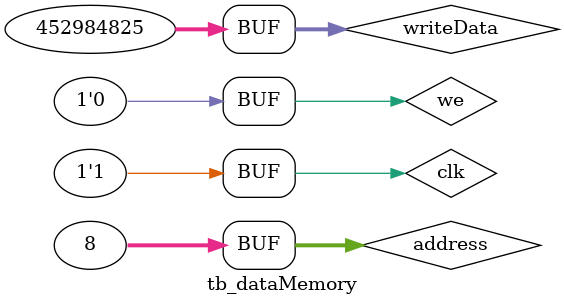
<source format=sv>
module tb_dataMemory();
	
	logic clk,we;
	logic[31:0] address;
	logic [31:0] writeData; 
	logic [31:0] readData;
	
	
	dataMemory dMem(clk, we, address[7:0], writeData, readData);	
									
									
	//Creacion de un reloj
	always begin
		clk = 0; #5; clk=~clk; #5;
	end
	
	
	always begin
		//Escrituras de memoria
		we = 1; address = 32'h00000000; writeData = 32'hE3A01A02; #7;
		we = 1; address = 32'h00000008; writeData = 32'h1AFFFFF9; #9;
		we=0; #2;		
		
		//Lectura de memoria
		address = 32'h00000000; #7;
		address = 32'h00000008; #7;
		
	end
	
	

endmodule
</source>
